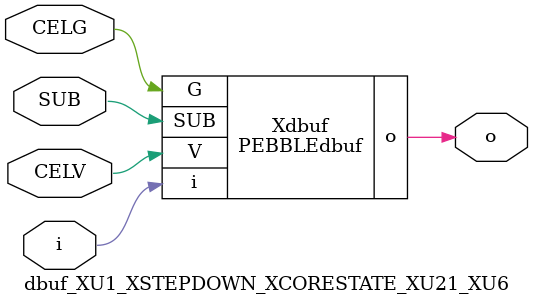
<source format=v>



module PEBBLEdbuf ( o, G, SUB, V, i );

  input V;
  input i;
  input G;
  output o;
  input SUB;
endmodule

//Celera Confidential Do Not Copy dbuf_XU1_XSTEPDOWN_XCORESTATE_XU21_XU6
//Celera Confidential Symbol Generator
//Digital Buffer
module dbuf_XU1_XSTEPDOWN_XCORESTATE_XU21_XU6 (CELV,CELG,i,o,SUB);
input CELV;
input CELG;
input i;
input SUB;
output o;

//Celera Confidential Do Not Copy dbuf
PEBBLEdbuf Xdbuf(
.V (CELV),
.i (i),
.o (o),
.SUB (SUB),
.G (CELG)
);
//,diesize,PEBBLEdbuf

//Celera Confidential Do Not Copy Module End
//Celera Schematic Generator
endmodule

</source>
